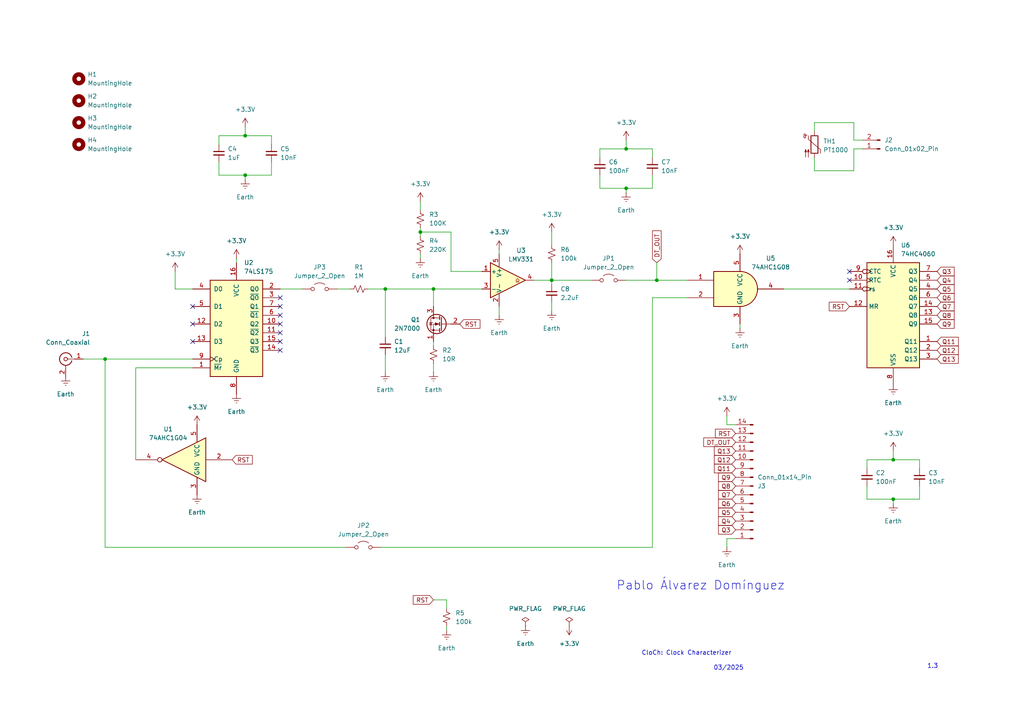
<source format=kicad_sch>
(kicad_sch (version 20231120) (generator "eeschema") (generator_version "8.0")
  (paper "A4")
  (lib_symbols
    (symbol "74xGxx:74AHC1G04"
      (property "Reference" "U" (at -2.54 3.81 0))
      (property "Value" "74AHC1G04" (at 0 -3.81 0))
      (symbol "74AHC1G04_0_1"
        (polyline (pts (xy -7.62 6.35) (xy -7.62 -6.35) (xy 5.08 0) (xy -7.62 6.35)) (stroke (width 0.254)) (fill (type background)))
      )
      (symbol "74AHC1G04_1_1"
        (pin input line (at -15.24 0 0) (length 7.62) (name "~") (number "2"))
        (pin power_in line (at -5.08 -10.16 90) (length 5.08) (name "GND") (number "3"))
        (pin output inverted (at 12.7 0 180) (length 7.62) (name "~") (number "4"))
        (pin power_in line (at -5.08 10.16 270) (length 5.08) (name "VCC") (number "5"))
      )
    )
    (symbol "74xGxx:74AHC1G08"
      (property "Reference" "U" (at -2.54 3.81 0))
      (property "Value" "74AHC1G08" (at 0 -3.81 0))
      (symbol "74AHC1G08_0_1"
        (arc (start 0 -5.08) (mid 5.0579 0) (end 0 5.08) (stroke (width 0.254)) (fill (type background)))
        (polyline (pts (xy 0 -5.08) (xy -7.62 -5.08) (xy -7.62 5.08) (xy 0 5.08)) (stroke (width 0.254)) (fill (type background)))
      )
      (symbol "74AHC1G08_1_1"
        (pin input line (at -15.24 2.54 0) (length 7.62) (name "~") (number "1"))
        (pin input line (at -15.24 -2.54 0) (length 7.62) (name "~") (number "2"))
        (pin power_in line (at 0 -10.16 90) (length 5.08) (name "GND") (number "3"))
        (pin output line (at 12.7 0 180) (length 7.62) (name "~") (number "4"))
        (pin power_in line (at 0 10.16 270) (length 5.08) (name "VCC") (number "5"))
      )
    )
    (symbol "74xx:74LS175" (pin_names (offset 1.016))
      (property "Reference" "U" (at -7.62 13.97 0))
      (property "Value" "74LS175" (at -7.62 -16.51 0))
      (symbol "74LS175_1_0"
        (pin input line (at -12.7 -12.7 0) (length 5.08) (name "~{Mr}") (number "1"))
        (pin output line (at 12.7 0 180) (length 5.08) (name "Q2") (number "10"))
        (pin output line (at 12.7 -2.54 180) (length 5.08) (name "~{Q2}") (number "11"))
        (pin input line (at -12.7 0 0) (length 5.08) (name "D2") (number "12"))
        (pin input line (at -12.7 -5.08 0) (length 5.08) (name "D3") (number "13"))
        (pin output line (at 12.7 -7.62 180) (length 5.08) (name "~{Q3}") (number "14"))
        (pin output line (at 12.7 -5.08 180) (length 5.08) (name "Q3") (number "15"))
        (pin power_in line (at 0 17.78 270) (length 5.08) (name "VCC") (number "16"))
        (pin output line (at 12.7 10.16 180) (length 5.08) (name "Q0") (number "2"))
        (pin output line (at 12.7 7.62 180) (length 5.08) (name "~{Q0}") (number "3"))
        (pin input line (at -12.7 10.16 0) (length 5.08) (name "D0") (number "4"))
        (pin input line (at -12.7 5.08 0) (length 5.08) (name "D1") (number "5"))
        (pin output line (at 12.7 2.54 180) (length 5.08) (name "~{Q1}") (number "6"))
        (pin output line (at 12.7 5.08 180) (length 5.08) (name "Q1") (number "7"))
        (pin power_in line (at 0 -20.32 90) (length 5.08) (name "GND") (number "8"))
        (pin input clock (at -12.7 -10.16 0) (length 5.08) (name "Cp") (number "9"))
      )
      (symbol "74LS175_1_1"
        (rectangle (start -7.62 12.7) (end 7.62 -15.24) (stroke (width 0.254)) (fill (type background)))
      )
    )
    (symbol "Comparator:LMV331" (pin_names (offset 0.127))
      (property "Reference" "U" (at 1.27 5.08 0))
      (property "Value" "LMV331" (at 3.81 -5.08 0))
      (symbol "LMV331_0_1"
        (polyline (pts (xy -5.08 5.08) (xy 5.08 0) (xy -5.08 -5.08) (xy -5.08 5.08)) (stroke (width 0.254)) (fill (type background)))
        (polyline (pts (xy 3.302 -0.508) (xy 2.794 -0.508) (xy 3.302 0) (xy 2.794 0.508) (xy 2.286 0) (xy 2.794 -0.508) (xy 2.286 -0.508)) (stroke (width 0.127)))
      )
      (symbol "LMV331_1_1"
        (pin input line (at -7.62 2.54 0) (length 2.54) (name "+") (number "1"))
        (pin power_in line (at -2.54 -7.62 90) (length 3.81) (name "V-") (number "2"))
        (pin input line (at -7.62 -2.54 0) (length 2.54) (name "-") (number "3"))
        (pin open_collector line (at 7.62 0 180) (length 2.54) (name "~") (number "4"))
        (pin power_in line (at -2.54 7.62 270) (length 3.81) (name "V+") (number "5"))
      )
    )
    (symbol "Connector:Conn_01x02_Pin" (pin_names (offset 1.016) hide)
      (property "Reference" "J" (at 0 2.54 0))
      (property "Value" "Conn_01x02_Pin" (at 0 -5.08 0))
      (symbol "Conn_01x02_Pin_1_1"
        (polyline (pts (xy 1.27 -2.54) (xy 0.8636 -2.54)) (stroke (width 0.1524)))
        (polyline (pts (xy 1.27 0) (xy 0.8636 0)) (stroke (width 0.1524)))
        (rectangle (start 0.8636 -2.413) (end 0 -2.667) (stroke (width 0.1524)) (fill (type outline)))
        (rectangle (start 0.8636 0.127) (end 0 -0.127) (stroke (width 0.1524)) (fill (type outline)))
        (pin passive line (at 5.08 0 180) (length 3.81) (name "Pin_1") (number "1"))
        (pin passive line (at 5.08 -2.54 180) (length 3.81) (name "Pin_2") (number "2"))
      )
    )
    (symbol "Connector:Conn_01x14_Pin" (pin_names (offset 1.016) hide)
      (property "Reference" "J" (at 0 17.78 0))
      (property "Value" "Conn_01x14_Pin" (at 0 -20.32 0))
      (symbol "Conn_01x14_Pin_1_1"
        (polyline (pts (xy 1.27 -17.78) (xy 0.8636 -17.78)) (stroke (width 0.1524)))
        (polyline (pts (xy 1.27 -15.24) (xy 0.8636 -15.24)) (stroke (width 0.1524)))
        (polyline (pts (xy 1.27 -12.7) (xy 0.8636 -12.7)) (stroke (width 0.1524)))
        (polyline (pts (xy 1.27 -10.16) (xy 0.8636 -10.16)) (stroke (width 0.1524)))
        (polyline (pts (xy 1.27 -7.62) (xy 0.8636 -7.62)) (stroke (width 0.1524)))
        (polyline (pts (xy 1.27 -5.08) (xy 0.8636 -5.08)) (stroke (width 0.1524)))
        (polyline (pts (xy 1.27 -2.54) (xy 0.8636 -2.54)) (stroke (width 0.1524)))
        (polyline (pts (xy 1.27 0) (xy 0.8636 0)) (stroke (width 0.1524)))
        (polyline (pts (xy 1.27 2.54) (xy 0.8636 2.54)) (stroke (width 0.1524)))
        (polyline (pts (xy 1.27 5.08) (xy 0.8636 5.08)) (stroke (width 0.1524)))
        (polyline (pts (xy 1.27 7.62) (xy 0.8636 7.62)) (stroke (width 0.1524)))
        (polyline (pts (xy 1.27 10.16) (xy 0.8636 10.16)) (stroke (width 0.1524)))
        (polyline (pts (xy 1.27 12.7) (xy 0.8636 12.7)) (stroke (width 0.1524)))
        (polyline (pts (xy 1.27 15.24) (xy 0.8636 15.24)) (stroke (width 0.1524)))
        (rectangle (start 0.8636 -17.653) (end 0 -17.907) (stroke (width 0.1524)) (fill (type outline)))
        (rectangle (start 0.8636 -15.113) (end 0 -15.367) (stroke (width 0.1524)) (fill (type outline)))
        (rectangle (start 0.8636 -12.573) (end 0 -12.827) (stroke (width 0.1524)) (fill (type outline)))
        (rectangle (start 0.8636 -10.033) (end 0 -10.287) (stroke (width 0.1524)) (fill (type outline)))
        (rectangle (start 0.8636 -7.493) (end 0 -7.747) (stroke (width 0.1524)) (fill (type outline)))
        (rectangle (start 0.8636 -4.953) (end 0 -5.207) (stroke (width 0.1524)) (fill (type outline)))
        (rectangle (start 0.8636 -2.413) (end 0 -2.667) (stroke (width 0.1524)) (fill (type outline)))
        (rectangle (start 0.8636 0.127) (end 0 -0.127) (stroke (width 0.1524)) (fill (type outline)))
        (rectangle (start 0.8636 2.667) (end 0 2.413) (stroke (width 0.1524)) (fill (type outline)))
        (rectangle (start 0.8636 5.207) (end 0 4.953) (stroke (width 0.1524)) (fill (type outline)))
        (rectangle (start 0.8636 7.747) (end 0 7.493) (stroke (width 0.1524)) (fill (type outline)))
        (rectangle (start 0.8636 10.287) (end 0 10.033) (stroke (width 0.1524)) (fill (type outline)))
        (rectangle (start 0.8636 12.827) (end 0 12.573) (stroke (width 0.1524)) (fill (type outline)))
        (rectangle (start 0.8636 15.367) (end 0 15.113) (stroke (width 0.1524)) (fill (type outline)))
        (pin passive line (at 5.08 15.24 180) (length 3.81) (name "Pin_1") (number "1"))
        (pin passive line (at 5.08 -7.62 180) (length 3.81) (name "Pin_10") (number "10"))
        (pin passive line (at 5.08 -10.16 180) (length 3.81) (name "Pin_11") (number "11"))
        (pin passive line (at 5.08 -12.7 180) (length 3.81) (name "Pin_12") (number "12"))
        (pin passive line (at 5.08 -15.24 180) (length 3.81) (name "Pin_13") (number "13"))
        (pin passive line (at 5.08 -17.78 180) (length 3.81) (name "Pin_14") (number "14"))
        (pin passive line (at 5.08 12.7 180) (length 3.81) (name "Pin_2") (number "2"))
        (pin passive line (at 5.08 10.16 180) (length 3.81) (name "Pin_3") (number "3"))
        (pin passive line (at 5.08 7.62 180) (length 3.81) (name "Pin_4") (number "4"))
        (pin passive line (at 5.08 5.08 180) (length 3.81) (name "Pin_5") (number "5"))
        (pin passive line (at 5.08 2.54 180) (length 3.81) (name "Pin_6") (number "6"))
        (pin passive line (at 5.08 0 180) (length 3.81) (name "Pin_7") (number "7"))
        (pin passive line (at 5.08 -2.54 180) (length 3.81) (name "Pin_8") (number "8"))
        (pin passive line (at 5.08 -5.08 180) (length 3.81) (name "Pin_9") (number "9"))
      )
    )
    (symbol "Connector:Conn_Coaxial" (pin_names (offset 1.016) hide)
      (property "Reference" "J" (at 0.254 3.048 0))
      (property "Value" "Conn_Coaxial" (at 2.921 0 90))
      (symbol "Conn_Coaxial_0_1"
        (arc (start -1.778 -0.508) (mid 0.2311 -1.8066) (end 1.778 0) (stroke (width 0.254)))
        (polyline (pts (xy -2.54 0) (xy -0.508 0)))
        (polyline (pts (xy 0 -2.54) (xy 0 -1.778)))
        (circle (center 0 0) (radius 0.508) (stroke (width 0.2032)))
        (arc (start 1.778 0) (mid 0.2099 1.8101) (end -1.778 0.508) (stroke (width 0.254)))
      )
      (symbol "Conn_Coaxial_1_1"
        (pin passive line (at -5.08 0 0) (length 2.54) (name "In") (number "1"))
        (pin passive line (at 0 -5.08 90) (length 2.54) (name "Ext") (number "2"))
      )
    )
    (symbol "Device:C_Small" (pin_numbers hide) (pin_names (offset 0.254) hide)
      (property "Reference" "C" (at 0.254 1.778 0))
      (property "Value" "C_Small" (at 0.254 -2.032 0))
      (symbol "C_Small_0_1"
        (polyline (pts (xy -1.524 -0.508) (xy 1.524 -0.508)) (stroke (width 0.3302)))
        (polyline (pts (xy -1.524 0.508) (xy 1.524 0.508)) (stroke (width 0.3048)))
      )
      (symbol "C_Small_1_1"
        (pin passive line (at 0 2.54 270) (length 2.032) (name "~") (number "1"))
        (pin passive line (at 0 -2.54 90) (length 2.032) (name "~") (number "2"))
      )
    )
    (symbol "Device:R_Small_US" (pin_numbers hide) (pin_names (offset 0.254) hide)
      (property "Reference" "R" (at 0.762 0.508 0))
      (property "Value" "R_Small_US" (at 0.762 -1.016 0))
      (symbol "R_Small_US_1_1"
        (polyline (pts (xy 0 0) (xy 1.016 -0.381) (xy 0 -0.762) (xy -1.016 -1.143) (xy 0 -1.524)))
        (polyline (pts (xy 0 1.524) (xy 1.016 1.143) (xy 0 0.762) (xy -1.016 0.381) (xy 0 0)))
        (pin passive line (at 0 2.54 270) (length 1.016) (name "~") (number "1"))
        (pin passive line (at 0 -2.54 90) (length 1.016) (name "~") (number "2"))
      )
    )
    (symbol "Jumper:Jumper_2_Open" (pin_numbers hide) (pin_names (offset 0) hide) (exclude_from_sim yes)
      (property "Reference" "JP" (at 0 2.794 0))
      (property "Value" "Jumper_2_Open" (at 0 -2.286 0))
      (symbol "Jumper_2_Open_0_0"
        (circle (center -2.032 0) (radius 0.508))
        (circle (center 2.032 0) (radius 0.508))
      )
      (symbol "Jumper_2_Open_0_1"
        (arc (start 1.524 1.27) (mid 0 1.778) (end -1.524 1.27))
      )
      (symbol "Jumper_2_Open_1_1"
        (pin passive line (at -5.08 0 0) (length 2.54) (name "A") (number "1"))
        (pin passive line (at 5.08 0 180) (length 2.54) (name "B") (number "2"))
      )
    )
    (symbol "Mechanical:MountingHole" (pin_names (offset 1.016)) (exclude_from_sim yes) (in_bom no)
      (property "Reference" "H" (at 0 5.08 0))
      (property "Value" "MountingHole" (at 0 3.175 0))
      (symbol "MountingHole_0_1"
        (circle (center 0 0) (radius 1.27) (stroke (width 1.27)))
      )
    )
    (symbol "Sensor_Temperature:PT1000" (pin_numbers hide) (pin_names (offset 0))
      (property "Reference" "TH" (at -4.445 0 90))
      (property "Value" "PT1000" (at 3.175 0 90))
      (symbol "PT1000_0_1"
        (arc (start -3.048 2.159) (mid -3.0495 2.3143) (end -3.175 2.413))
        (arc (start -3.048 2.159) (mid -2.9736 1.9794) (end -2.794 1.905))
        (arc (start -3.048 2.794) (mid -2.9736 2.6144) (end -2.794 2.54))
        (arc (start -2.794 1.905) (mid -2.6144 1.9794) (end -2.54 2.159))
        (arc (start -2.794 2.54) (mid -2.4393 2.5587) (end -2.159 2.794))
        (arc (start -2.794 3.048) (mid -2.9736 2.9736) (end -3.048 2.794))
        (arc (start -2.54 2.794) (mid -2.6144 2.9736) (end -2.794 3.048))
        (rectangle (start -1.016 2.54) (end 1.016 -2.54) (stroke (width 0.254)))
        (polyline (pts (xy -2.54 2.159) (xy -2.54 2.794)))
        (polyline (pts (xy -1.778 2.54) (xy -1.778 1.524) (xy 1.778 -1.524) (xy 1.778 -2.54)))
        (polyline (pts (xy -2.54 -3.683) (xy -2.54 -1.397) (xy -2.794 -2.159) (xy -2.286 -2.159) (xy -2.54 -1.397) (xy -2.54 -1.651)) (fill (type outline)))
        (polyline (pts (xy -1.778 -3.683) (xy -1.778 -1.397) (xy -2.032 -2.159) (xy -1.524 -2.159) (xy -1.778 -1.397) (xy -1.778 -1.651)) (fill (type outline)))
      )
      (symbol "PT1000_1_1"
        (pin passive line (at 0 3.81 270) (length 1.27) (name "~") (number "1"))
        (pin passive line (at 0 -3.81 90) (length 1.27) (name "~") (number "2"))
      )
    )
    (symbol "Transistor_FET:2N7000" (pin_names hide)
      (property "Reference" "Q" (at 5.08 1.905 0))
      (property "Value" "2N7000" (at 5.08 0 0))
      (symbol "2N7000_0_1"
        (polyline (pts (xy 0.254 0) (xy -2.54 0)))
        (polyline (pts (xy 0.254 1.905) (xy 0.254 -1.905)) (stroke (width 0.254)))
        (polyline (pts (xy 0.762 -1.27) (xy 0.762 -2.286)) (stroke (width 0.254)))
        (polyline (pts (xy 0.762 0.508) (xy 0.762 -0.508)) (stroke (width 0.254)))
        (polyline (pts (xy 0.762 2.286) (xy 0.762 1.27)) (stroke (width 0.254)))
        (polyline (pts (xy 2.54 2.54) (xy 2.54 1.778)))
        (polyline (pts (xy 2.54 -2.54) (xy 2.54 0) (xy 0.762 0)))
        (polyline (pts (xy 0.762 -1.778) (xy 3.302 -1.778) (xy 3.302 1.778) (xy 0.762 1.778)))
        (polyline (pts (xy 1.016 0) (xy 2.032 0.381) (xy 2.032 -0.381) (xy 1.016 0)) (fill (type outline)))
        (polyline (pts (xy 2.794 0.508) (xy 2.921 0.381) (xy 3.683 0.381) (xy 3.81 0.254)))
        (polyline (pts (xy 3.302 0.381) (xy 2.921 -0.254) (xy 3.683 -0.254) (xy 3.302 0.381)))
        (circle (center 1.651 0) (radius 2.794) (stroke (width 0.254)))
        (circle (center 2.54 -1.778) (radius 0.254) (fill (type outline)))
        (circle (center 2.54 1.778) (radius 0.254) (fill (type outline)))
      )
      (symbol "2N7000_1_1"
        (pin passive line (at 2.54 -5.08 90) (length 2.54) (name "S") (number "1"))
        (pin input line (at -5.08 0 0) (length 2.54) (name "G") (number "2"))
        (pin passive line (at 2.54 5.08 270) (length 2.54) (name "D") (number "3"))
      )
    )
    (symbol "contador:74HC4060"
      (property "Reference" "U" (at 5.08 16.51 0))
      (property "Value" "74HC4060" (at 7.62 -16.51 0))
      (symbol "74HC4060_1_0"
        (pin output line (at 12.7 -7.62 180) (length 5.08) (name "Q11") (number "1"))
        (pin input clock (at -12.7 10.16 0) (length 5.08) (name "RTC") (number "10"))
        (pin input inverted_clock (at -12.7 7.62 0) (length 5.08) (name "rs") (number "11"))
        (pin input line (at -12.7 2.54 0) (length 5.08) (name "MR") (number "12"))
        (pin output line (at 12.7 0 180) (length 5.08) (name "Q8") (number "13"))
        (pin output line (at 12.7 2.54 180) (length 5.08) (name "Q7") (number "14"))
        (pin output line (at 12.7 -2.54 180) (length 5.08) (name "Q9") (number "15"))
        (pin power_in line (at 0 20.32 270) (length 5.08) (name "VCC") (number "16"))
        (pin output line (at 12.7 -10.16 180) (length 5.08) (name "Q12") (number "2"))
        (pin output line (at 12.7 -12.7 180) (length 5.08) (name "Q13") (number "3"))
        (pin output line (at 12.7 7.62 180) (length 5.08) (name "Q5") (number "4"))
        (pin output line (at 12.7 10.16 180) (length 5.08) (name "Q4") (number "5"))
        (pin output line (at 12.7 5.08 180) (length 5.08) (name "Q6") (number "6"))
        (pin output line (at 12.7 12.7 180) (length 5.08) (name "Q3") (number "7"))
        (pin power_in line (at 0 -20.32 90) (length 5.08) (name "VSS") (number "8"))
        (pin input inverted_clock (at -12.7 12.7 0) (length 5.08) (name "CTC") (number "9"))
      )
      (symbol "74HC4060_1_1"
        (rectangle (start -7.62 15.24) (end 7.62 -15.24) (stroke (width 0.254)) (fill (type background)))
      )
    )
    (symbol "power:+3.3V" (power) (pin_numbers hide) (pin_names (offset 0) hide)
      (property "Value" "+3.3V" (at 0 3.556 0))
      (symbol "+3.3V_0_1"
        (polyline (pts (xy -0.762 1.27) (xy 0 2.54)))
        (polyline (pts (xy 0 0) (xy 0 2.54)))
        (polyline (pts (xy 0 2.54) (xy 0.762 1.27)))
      )
      (symbol "+3.3V_1_1"
        (pin power_in line (at 0 0 90) (length 0) (name "~") (number "1"))
      )
    )
    (symbol "power:Earth" (power) (pin_numbers hide) (pin_names (offset 0) hide)
      (property "Value" "Earth" (at 0 -3.81 0))
      (symbol "Earth_0_1"
        (polyline (pts (xy -0.635 -1.905) (xy 0.635 -1.905)))
        (polyline (pts (xy -0.127 -2.54) (xy 0.127 -2.54)))
        (polyline (pts (xy 0 -1.27) (xy 0 0)))
        (polyline (pts (xy 1.27 -1.27) (xy -1.27 -1.27)))
      )
      (symbol "Earth_1_1"
        (pin power_in line (at 0 0 270) (length 0) (name "~") (number "1"))
      )
    )
    (symbol "power:PWR_FLAG" (power) (pin_numbers hide) (pin_names (offset 0) hide)
      (property "Value" "PWR_FLAG" (at 0 3.81 0))
      (symbol "PWR_FLAG_0_0"
        (pin power_out line (at 0 0 90) (length 0) (name "~") (number "1"))
      )
      (symbol "PWR_FLAG_0_1"
        (polyline (pts (xy 0 0) (xy 0 1.27) (xy -1.016 1.905) (xy 0 2.54) (xy 1.016 1.905) (xy 0 1.27)))
      )
    )
  )
  (junction (at 181.61 54.61))
  (junction (at 111.76 83.82))
  (junction (at 71.12 39.37))
  (junction (at 259.08 144.78))
  (junction (at 125.73 83.82))
  (junction (at 121.92 67.31))
  (junction (at 160.02 81.28))
  (junction (at 259.08 133.35))
  (junction (at 71.12 50.8))
  (junction (at 30.48 104.14))
  (junction (at 181.61 43.18))
  (junction (at 190.5 81.28))
  (no_connect (at 55.88 88.9))
  (no_connect (at 55.88 99.06))
  (no_connect (at 246.38 81.28))
  (no_connect (at 81.28 93.98))
  (no_connect (at 246.38 78.74))
  (no_connect (at 81.28 99.06))
  (no_connect (at 55.88 93.98))
  (no_connect (at 81.28 91.44))
  (no_connect (at 81.28 88.9))
  (no_connect (at 81.28 86.36))
  (no_connect (at 81.28 96.52))
  (no_connect (at 81.28 101.6))
  (wire (pts (xy 81.28 83.82) (xy 87.63 83.82)))
  (wire (pts (xy 236.22 45.72) (xy 236.22 49.53)))
  (wire (pts (xy 100.33 158.75) (xy 30.48 158.75)))
  (wire (pts (xy 259.08 130.81) (xy 259.08 133.35)))
  (wire (pts (xy 30.48 158.75) (xy 30.48 104.14)))
  (wire (pts (xy 251.46 144.78) (xy 259.08 144.78)))
  (wire (pts (xy 121.92 66.04) (xy 121.92 67.31)))
  (wire (pts (xy 160.02 82.55) (xy 160.02 81.28)))
  (wire (pts (xy 189.23 54.61) (xy 189.23 50.8)))
  (wire (pts (xy 125.73 99.06) (xy 125.73 100.33)))
  (wire (pts (xy 250.19 40.64) (xy 247.65 40.64)))
  (wire (pts (xy 78.74 39.37) (xy 71.12 39.37)))
  (wire (pts (xy 139.7 78.74) (xy 130.81 78.74)))
  (wire (pts (xy 210.82 120.65) (xy 210.82 123.19)))
  (wire (pts (xy 71.12 39.37) (xy 63.5 39.37)))
  (wire (pts (xy 125.73 83.82) (xy 139.7 83.82)))
  (wire (pts (xy 97.79 83.82) (xy 101.6 83.82)))
  (wire (pts (xy 63.5 39.37) (xy 63.5 41.91)))
  (wire (pts (xy 39.37 106.68) (xy 39.37 133.35)))
  (wire (pts (xy 130.81 78.74) (xy 130.81 67.31)))
  (wire (pts (xy 189.23 158.75) (xy 110.49 158.75)))
  (wire (pts (xy 181.61 55.88) (xy 181.61 54.61)))
  (wire (pts (xy 121.92 67.31) (xy 121.92 68.58)))
  (wire (pts (xy 189.23 86.36) (xy 189.23 158.75)))
  (wire (pts (xy 129.54 181.61) (xy 129.54 182.88)))
  (wire (pts (xy 71.12 52.07) (xy 71.12 50.8)))
  (wire (pts (xy 247.65 49.53) (xy 247.65 43.18)))
  (wire (pts (xy 160.02 67.31) (xy 160.02 71.12)))
  (wire (pts (xy 251.46 140.97) (xy 251.46 144.78)))
  (wire (pts (xy 189.23 43.18) (xy 181.61 43.18)))
  (wire (pts (xy 55.88 83.82) (xy 50.8 83.82)))
  (wire (pts (xy 251.46 133.35) (xy 251.46 135.89)))
  (wire (pts (xy 236.22 49.53) (xy 247.65 49.53)))
  (wire (pts (xy 160.02 76.2) (xy 160.02 81.28)))
  (wire (pts (xy 144.78 88.9) (xy 144.78 91.44)))
  (wire (pts (xy 121.92 60.96) (xy 121.92 58.42)))
  (wire (pts (xy 24.13 104.14) (xy 30.48 104.14)))
  (wire (pts (xy 181.61 43.18) (xy 173.99 43.18)))
  (wire (pts (xy 247.65 35.56) (xy 236.22 35.56)))
  (wire (pts (xy 125.73 105.41) (xy 125.73 107.95)))
  (wire (pts (xy 125.73 173.99) (xy 129.54 173.99)))
  (wire (pts (xy 259.08 133.35) (xy 251.46 133.35)))
  (wire (pts (xy 259.08 146.05) (xy 259.08 144.78)))
  (wire (pts (xy 190.5 76.2) (xy 190.5 81.28)))
  (wire (pts (xy 266.7 133.35) (xy 259.08 133.35)))
  (wire (pts (xy 247.65 40.64) (xy 247.65 35.56)))
  (wire (pts (xy 210.82 123.19) (xy 213.36 123.19)))
  (wire (pts (xy 190.5 81.28) (xy 199.39 81.28)))
  (wire (pts (xy 121.92 73.66) (xy 121.92 74.93)))
  (wire (pts (xy 214.63 93.98) (xy 214.63 95.25)))
  (wire (pts (xy 173.99 50.8) (xy 173.99 54.61)))
  (wire (pts (xy 71.12 50.8) (xy 78.74 50.8)))
  (wire (pts (xy 160.02 90.17) (xy 160.02 87.63)))
  (wire (pts (xy 63.5 46.99) (xy 63.5 50.8)))
  (wire (pts (xy 130.81 67.31) (xy 121.92 67.31)))
  (wire (pts (xy 266.7 144.78) (xy 266.7 140.97)))
  (wire (pts (xy 125.73 83.82) (xy 125.73 88.9)))
  (wire (pts (xy 39.37 106.68) (xy 55.88 106.68)))
  (wire (pts (xy 111.76 83.82) (xy 106.68 83.82)))
  (wire (pts (xy 266.7 135.89) (xy 266.7 133.35)))
  (wire (pts (xy 181.61 40.64) (xy 181.61 43.18)))
  (wire (pts (xy 210.82 156.21) (xy 213.36 156.21)))
  (wire (pts (xy 111.76 102.87) (xy 111.76 107.95)))
  (wire (pts (xy 173.99 54.61) (xy 181.61 54.61)))
  (wire (pts (xy 78.74 41.91) (xy 78.74 39.37)))
  (wire (pts (xy 173.99 43.18) (xy 173.99 45.72)))
  (wire (pts (xy 78.74 50.8) (xy 78.74 46.99)))
  (wire (pts (xy 144.78 73.66) (xy 144.78 72.39)))
  (wire (pts (xy 210.82 156.21) (xy 210.82 158.75)))
  (wire (pts (xy 71.12 36.83) (xy 71.12 39.37)))
  (wire (pts (xy 111.76 97.79) (xy 111.76 83.82)))
  (wire (pts (xy 30.48 104.14) (xy 55.88 104.14)))
  (wire (pts (xy 247.65 43.18) (xy 250.19 43.18)))
  (wire (pts (xy 160.02 81.28) (xy 171.45 81.28)))
  (wire (pts (xy 129.54 173.99) (xy 129.54 176.53)))
  (wire (pts (xy 154.94 81.28) (xy 160.02 81.28)))
  (wire (pts (xy 68.58 76.2) (xy 68.58 74.93)))
  (wire (pts (xy 50.8 83.82) (xy 50.8 78.74)))
  (wire (pts (xy 111.76 83.82) (xy 125.73 83.82)))
  (wire (pts (xy 189.23 45.72) (xy 189.23 43.18)))
  (wire (pts (xy 181.61 54.61) (xy 189.23 54.61)))
  (wire (pts (xy 181.61 81.28) (xy 190.5 81.28)))
  (wire (pts (xy 227.33 83.82) (xy 246.38 83.82)))
  (wire (pts (xy 236.22 35.56) (xy 236.22 38.1)))
  (wire (pts (xy 259.08 144.78) (xy 266.7 144.78)))
  (wire (pts (xy 199.39 86.36) (xy 189.23 86.36)))
  (wire (pts (xy 63.5 50.8) (xy 71.12 50.8)))
  (text "03/2025" (at 211.328 193.802 0) (effects (font (size 1.27 1.27))))
  (text "CloCh: Clock Characterizer" (at 199.136 189.484 0) (effects (font (size 1.27 1.27))))
  (text "1.3" (at 270.51 193.294 0) (effects (font (size 1.27 1.27))))
  (text "Pablo Álvarez Domínguez" (at 203.2 169.926 0) (effects (font (size 2.54 2.54))))
  (global_label "Q9" (shape input) (at 271.78 93.98 0) (property "Intersheetrefs" "${INTERSHEET_REFS}" (effects (hide yes))))
  (global_label "Q6" (shape input) (at 213.36 146.05 180) (property "Intersheetrefs" "${INTERSHEET_REFS}" (effects (hide yes))))
  (global_label "Q12" (shape input) (at 271.78 101.6 0) (property "Intersheetrefs" "${INTERSHEET_REFS}" (effects (hide yes))))
  (global_label "Q4" (shape input) (at 271.78 81.28 0) (property "Intersheetrefs" "${INTERSHEET_REFS}" (effects (hide yes))))
  (global_label "Q8" (shape input) (at 271.78 91.44 0) (property "Intersheetrefs" "${INTERSHEET_REFS}" (effects (hide yes))))
  (global_label "Q5" (shape input) (at 213.36 148.59 180) (property "Intersheetrefs" "${INTERSHEET_REFS}" (effects (hide yes))))
  (global_label "Q7" (shape input) (at 213.36 143.51 180) (property "Intersheetrefs" "${INTERSHEET_REFS}" (effects (hide yes))))
  (global_label "RST" (shape input) (at 246.38 88.9 180) (property "Intersheetrefs" "${INTERSHEET_REFS}" (effects (hide yes))))
  (global_label "Q13" (shape input) (at 271.78 104.14 0) (property "Intersheetrefs" "${INTERSHEET_REFS}" (effects (hide yes))))
  (global_label "Q9" (shape input) (at 213.36 138.43 180) (property "Intersheetrefs" "${INTERSHEET_REFS}" (effects (hide yes))))
  (global_label "RST" (shape input) (at 213.36 125.73 180) (property "Intersheetrefs" "${INTERSHEET_REFS}" (effects (hide yes))))
  (global_label "Q12" (shape input) (at 213.36 133.35 180) (property "Intersheetrefs" "${INTERSHEET_REFS}" (effects (hide yes))))
  (global_label "Q3" (shape input) (at 213.36 153.67 180) (property "Intersheetrefs" "${INTERSHEET_REFS}" (effects (hide yes))))
  (global_label "Q6" (shape input) (at 271.78 86.36 0) (property "Intersheetrefs" "${INTERSHEET_REFS}" (effects (hide yes))))
  (global_label "Q4" (shape input) (at 213.36 151.13 180) (property "Intersheetrefs" "${INTERSHEET_REFS}" (effects (hide yes))))
  (global_label "RST" (shape input) (at 125.73 173.99 180) (property "Intersheetrefs" "${INTERSHEET_REFS}" (effects (hide yes))))
  (global_label "Q11" (shape input) (at 213.36 135.89 180) (property "Intersheetrefs" "${INTERSHEET_REFS}" (effects (hide yes))))
  (global_label "RST" (shape input) (at 67.31 133.35 0) (property "Intersheetrefs" "${INTERSHEET_REFS}" (effects (hide yes))))
  (global_label "Q8" (shape input) (at 213.36 140.97 180) (property "Intersheetrefs" "${INTERSHEET_REFS}" (effects (hide yes))))
  (global_label "RST" (shape input) (at 133.35 93.98 0) (property "Intersheetrefs" "${INTERSHEET_REFS}" (effects (hide yes))))
  (global_label "Q11" (shape input) (at 271.78 99.06 0) (property "Intersheetrefs" "${INTERSHEET_REFS}" (effects (hide yes))))
  (global_label "Q13" (shape input) (at 213.36 130.81 180) (property "Intersheetrefs" "${INTERSHEET_REFS}" (effects (hide yes))))
  (global_label "Q7" (shape input) (at 271.78 88.9 0) (property "Intersheetrefs" "${INTERSHEET_REFS}" (effects (hide yes))))
  (global_label "DT_OUT" (shape input) (at 190.5 76.2 90) (property "Intersheetrefs" "${INTERSHEET_REFS}" (effects (hide yes))))
  (global_label "Q5" (shape input) (at 271.78 83.82 0) (property "Intersheetrefs" "${INTERSHEET_REFS}" (effects (hide yes))))
  (global_label "Q3" (shape input) (at 271.78 78.74 0) (property "Intersheetrefs" "${INTERSHEET_REFS}" (effects (hide yes))))
  (global_label "DT_OUT" (shape input) (at 213.36 128.27 180) (property "Intersheetrefs" "${INTERSHEET_REFS}" (effects (hide yes))))
  (symbol (lib_id "power:+3.3V") (at 121.92 58.42 0) (unit 1)
    (property "Reference" "#PWR08" (effects (hide yes)))
    (property "Value" "+3.3V" (at 121.92 53.34 0))
    (property "Description" "Power symbol creates a global label with name \"+3.3V\"" (effects (hide yes)))
  )
  (symbol (lib_id "power:Earth") (at 129.54 182.88 0) (unit 1)
    (property "Reference" "#PWR028" (effects (hide yes)))
    (property "Value" "Earth" (at 129.54 187.96 0))
    (property "Description" "Power symbol creates a global label with name \"Earth\"" (effects (hide yes)))
  )
  (symbol (lib_id "Connector:Conn_01x14_Pin") (at 218.44 140.97 180) (unit 1)
    (property "Reference" "J3" (at 219.71 140.9701 0) (effects (justify right)))
    (property "Value" "Conn_01x14_Pin" (at 219.71 138.4301 0) (effects (justify right)))
    (property "Footprint" "Connector_PinHeader_2.54mm:PinHeader_1x14_P2.54mm_Vertical" (effects (hide yes)))
    (property "Description" "GND||Q3-Q13||DT_OUT||RST||+5V" (effects (hide yes)))
  )
  (symbol (lib_id "power:+3.3V") (at 71.12 36.83 0) (unit 1)
    (property "Reference" "#PWR022" (effects (hide yes)))
    (property "Value" "+3.3V" (at 71.12 31.75 0))
    (property "Description" "Power symbol creates a global label with name \"+3.3V\"" (effects (hide yes)))
  )
  (symbol (lib_id "power:+3.3V") (at 214.63 73.66 0) (unit 1)
    (property "Reference" "#PWR014" (effects (hide yes)))
    (property "Value" "+3.3V" (at 214.63 68.58 0))
    (property "Description" "Power symbol creates a global label with name \"+3.3V\"" (effects (hide yes)))
  )
  (symbol (lib_id "Device:R_Small_US") (at 160.02 73.66 0) (unit 1)
    (property "Reference" "R6" (at 162.56 72.3899 0) (effects (justify left)))
    (property "Value" "100k" (at 162.56 74.9299 0) (effects (justify left)))
    (property "Footprint" "Resistor_SMD:R_0805_2012Metric" (effects (hide yes)))
    (property "Description" "Resistor, small US symbol" (effects (hide yes)))
  )
  (symbol (lib_id "Device:C_Small") (at 63.5 44.45 0) (unit 1)
    (property "Reference" "C4" (at 66.04 43.1862 0) (effects (justify left)))
    (property "Value" "1uF" (at 66.04 45.7262 0) (effects (justify left)))
    (property "Footprint" "Capacitor_SMD:C_0805_2012Metric" (effects (hide yes)))
    (property "Description" "Unpolarized capacitor, small symbol" (effects (hide yes)))
  )
  (symbol (lib_id "Mechanical:MountingHole") (at 22.86 41.91 0) (unit 1) (exclude_from_sim yes) (in_bom no)
    (property "Reference" "H4" (at 25.4 40.6399 0) (effects (justify left)))
    (property "Value" "MountingHole" (at 25.4 43.1799 0) (effects (justify left)))
    (property "Footprint" "MountingHole:MountingHole_4.3mm_M4_ISO7380" (effects (hide yes)))
    (property "Description" "Mounting Hole without connection" (effects (hide yes)))
  )
  (symbol (lib_id "Mechanical:MountingHole") (at 22.86 35.56 0) (unit 1) (exclude_from_sim yes) (in_bom no)
    (property "Reference" "H3" (at 25.4 34.2899 0) (effects (justify left)))
    (property "Value" "MountingHole" (at 25.4 36.8299 0) (effects (justify left)))
    (property "Footprint" "MountingHole:MountingHole_4.3mm_M4_ISO7380" (effects (hide yes)))
    (property "Description" "Mounting Hole without connection" (effects (hide yes)))
  )
  (symbol (lib_id "Device:R_Small_US") (at 121.92 71.12 180) (unit 1)
    (property "Reference" "R4" (at 124.46 69.8499 0) (effects (justify right)))
    (property "Value" "220K" (at 124.46 72.3899 0) (effects (justify right)))
    (property "Footprint" "Resistor_SMD:R_0805_2012Metric" (effects (hide yes)))
    (property "Description" "Resistor, small US symbol" (effects (hide yes)))
  )
  (symbol (lib_id "Device:C_Small") (at 78.74 44.45 0) (unit 1)
    (property "Reference" "C5" (at 81.28 43.1862 0) (effects (justify left)))
    (property "Value" "10nF" (at 81.28 45.7262 0) (effects (justify left)))
    (property "Footprint" "Capacitor_SMD:C_0805_2012Metric" (effects (hide yes)))
    (property "Description" "Unpolarized capacitor, small symbol" (effects (hide yes)))
  )
  (symbol (lib_id "power:+3.3V") (at 50.8 78.74 0) (unit 1)
    (property "Reference" "#PWR03" (effects (hide yes)))
    (property "Value" "+3.3V" (at 50.8 73.66 0))
    (property "Description" "Power symbol creates a global label with name \"+3.3V\"" (effects (hide yes)))
  )
  (symbol (lib_id "power:Earth") (at 259.08 146.05 0) (unit 1)
    (property "Reference" "#PWR021" (effects (hide yes)))
    (property "Value" "Earth" (at 259.08 151.13 0))
    (property "Description" "Power symbol creates a global label with name \"Earth\"" (effects (hide yes)))
  )
  (symbol (lib_id "Connector:Conn_01x02_Pin") (at 255.27 43.18 180) (unit 1)
    (property "Reference" "J2" (at 256.54 40.6399 0) (effects (justify right)))
    (property "Value" "Conn_01x02_Pin" (at 256.54 43.1799 0) (effects (justify right)))
    (property "Footprint" "Connector_PinHeader_2.54mm:PinHeader_1x02_P2.54mm_Vertical" (effects (hide yes)))
    (property "Description" "Generic connector, single row, 01x02, script generated" (effects (hide yes)))
  )
  (symbol (lib_id "power:+3.3V") (at 181.61 40.64 0) (unit 1)
    (property "Reference" "#PWR024" (effects (hide yes)))
    (property "Value" "+3.3V" (at 181.61 35.56 0))
    (property "Description" "Power symbol creates a global label with name \"+3.3V\"" (effects (hide yes)))
  )
  (symbol (lib_id "Transistor_FET:2N7000") (at 128.27 93.98 0) (mirror y) (unit 1)
    (property "Reference" "Q1" (at 121.92 92.7099 0) (effects (justify left)))
    (property "Value" "2N7000" (at 121.92 95.2499 0) (effects (justify left)))
    (property "Footprint" "Package_TO_SOT_THT:TO-92_Inline" (effects (hide yes)))
    (property "Datasheet" "https://www.vishay.com/docs/70226/70226.pdf" (effects (hide yes)))
    (property "Description" "0.2A Id, 200V Vds, N-Channel MOSFET, 2.6V Logic Level, TO-92" (effects (hide yes)))
  )
  (symbol (lib_id "power:Earth") (at 152.4 181.61 0) (unit 1)
    (property "Reference" "#PWR026" (effects (hide yes)))
    (property "Value" "Earth" (at 152.4 186.69 0))
    (property "Description" "Power symbol creates a global label with name \"Earth\"" (effects (hide yes)))
  )
  (symbol (lib_id "Device:R_Small_US") (at 104.14 83.82 90) (unit 1)
    (property "Reference" "R1" (at 104.14 77.47 90))
    (property "Value" "1M" (at 104.14 80.01 90))
    (property "Footprint" "Resistor_THT:R_Axial_DIN0411_L9.9mm_D3.6mm_P12.70mm_Horizontal" (effects (hide yes)))
    (property "Description" "Resistor, small US symbol" (effects (hide yes)))
  )
  (symbol (lib_id "Device:C_Small") (at 189.23 48.26 0) (unit 1)
    (property "Reference" "C7" (at 191.77 46.9962 0) (effects (justify left)))
    (property "Value" "10nF" (at 191.77 49.5362 0) (effects (justify left)))
    (property "Footprint" "Capacitor_SMD:C_0805_2012Metric" (effects (hide yes)))
    (property "Description" "Unpolarized capacitor, small symbol" (effects (hide yes)))
  )
  (symbol (lib_id "power:+3.3V") (at 210.82 120.65 0) (unit 1)
    (property "Reference" "#PWR019" (effects (hide yes)))
    (property "Value" "+3.3V" (at 210.82 115.57 0))
    (property "Description" "Power symbol creates a global label with name \"+3.3V\"" (effects (hide yes)))
  )
  (symbol (lib_id "power:Earth") (at 121.92 74.93 0) (unit 1)
    (property "Reference" "#PWR09" (effects (hide yes)))
    (property "Value" "Earth" (at 121.92 80.01 0))
    (property "Description" "Power symbol creates a global label with name \"Earth\"" (effects (hide yes)))
  )
  (symbol (lib_id "power:PWR_FLAG") (at 165.1 181.61 0) (unit 1)
    (property "Reference" "#FLG02" (effects (hide yes)))
    (property "Value" "PWR_FLAG" (at 165.1 176.53 0))
    (property "Description" "Special symbol for telling ERC where power comes from" (effects (hide yes)))
  )
  (symbol (lib_id "power:+3.3V") (at 68.58 74.93 0) (unit 1)
    (property "Reference" "#PWR04" (effects (hide yes)))
    (property "Value" "+3.3V" (at 68.58 69.85 0))
    (property "Description" "Power symbol creates a global label with name \"+3.3V\"" (effects (hide yes)))
  )
  (symbol (lib_id "power:Earth") (at 181.61 55.88 0) (unit 1)
    (property "Reference" "#PWR025" (effects (hide yes)))
    (property "Value" "Earth" (at 181.61 60.96 0))
    (property "Description" "Power symbol creates a global label with name \"Earth\"" (effects (hide yes)))
  )
  (symbol (lib_id "Device:C_Small") (at 111.76 100.33 0) (unit 1)
    (property "Reference" "C1" (at 114.3 99.0662 0) (effects (justify left)))
    (property "Value" "12uF" (at 114.3 101.6062 0) (effects (justify left)))
    (property "Footprint" "Capacitor_THT:C_Rect_L28.0mm_W8.0mm_P22.50mm_MKS4" (effects (hide yes)))
    (property "Description" "Unpolarized capacitor, small symbol" (effects (hide yes)))
  )
  (symbol (lib_id "Device:C_Small") (at 173.99 48.26 0) (unit 1)
    (property "Reference" "C6" (at 176.53 46.9962 0) (effects (justify left)))
    (property "Value" "100nF" (at 176.53 49.5362 0) (effects (justify left)))
    (property "Footprint" "Capacitor_SMD:C_0805_2012Metric" (effects (hide yes)))
    (property "Description" "Unpolarized capacitor, small symbol" (effects (hide yes)))
  )
  (symbol (lib_id "power:PWR_FLAG") (at 152.4 181.61 0) (unit 1)
    (property "Reference" "#FLG01" (effects (hide yes)))
    (property "Value" "PWR_FLAG" (at 152.4 176.53 0))
    (property "Description" "Special symbol for telling ERC where power comes from" (effects (hide yes)))
  )
  (symbol (lib_id "Mechanical:MountingHole") (at 22.86 22.86 0) (unit 1) (exclude_from_sim yes) (in_bom no)
    (property "Reference" "H1" (at 25.4 21.5899 0) (effects (justify left)))
    (property "Value" "MountingHole" (at 25.4 24.1299 0) (effects (justify left)))
    (property "Footprint" "MountingHole:MountingHole_4.3mm_M4_ISO7380" (effects (hide yes)))
    (property "Description" "Mounting Hole without connection" (effects (hide yes)))
  )
  (symbol (lib_id "power:+3.3V") (at 160.02 67.31 0) (unit 1)
    (property "Reference" "#PWR017" (effects (hide yes)))
    (property "Value" "+3.3V" (at 160.02 62.23 0))
    (property "Description" "Power symbol creates a global label with name \"+3.3V\"" (effects (hide yes)))
  )
  (symbol (lib_id "power:Earth") (at 57.15 143.51 0) (mirror y) (unit 1)
    (property "Reference" "#PWR011" (effects (hide yes)))
    (property "Value" "Earth" (at 57.15 148.59 0))
    (property "Description" "Power symbol creates a global label with name \"Earth\"" (effects (hide yes)))
  )
  (symbol (lib_id "power:Earth") (at 19.05 109.22 0) (unit 1)
    (property "Reference" "#PWR02" (effects (hide yes)))
    (property "Value" "Earth" (at 19.05 114.3 0))
    (property "Description" "Power symbol creates a global label with name \"Earth\"" (effects (hide yes)))
  )
  (symbol (lib_id "74xx:74LS175") (at 68.58 93.98 0) (unit 1)
    (property "Reference" "U2" (at 70.7741 76.2 0) (effects (justify left)))
    (property "Value" "74LS175" (at 70.7741 78.74 0) (effects (justify left)))
    (property "Footprint" "cosas:SOIC127P600X175-16N" (effects (hide yes)))
    (property "Datasheet" "http://www.ti.com/lit/gpn/sn74LS175" (effects (hide yes)))
    (property "Description" "4-bit D Flip-Flop, reset" (effects (hide yes)))
  )
  (symbol (lib_id "power:Earth") (at 210.82 158.75 0) (unit 1)
    (property "Reference" "#PWR018" (effects (hide yes)))
    (property "Value" "Earth" (at 210.82 163.83 0))
    (property "Description" "Power symbol creates a global label with name \"Earth\"" (effects (hide yes)))
  )
  (symbol (lib_id "Connector:Conn_Coaxial") (at 19.05 104.14 0) (mirror y) (unit 1)
    (property "Reference" "J1" (at 26.162 96.774 0) (effects (justify left)))
    (property "Value" "Conn_Coaxial" (at 26.162 99.314 0) (effects (justify left)))
    (property "Footprint" "Connector_Coaxial:SMA_Amphenol_132289_EdgeMount" (effects (hide yes)))
    (property "Description" "coaxial connector (BNC, SMA, SMB, SMC, Cinch/RCA, LEMO, ...)" (effects (hide yes)))
  )
  (symbol (lib_id "power:+3.3V") (at 259.08 130.81 0) (unit 1)
    (property "Reference" "#PWR020" (effects (hide yes)))
    (property "Value" "+3.3V" (at 259.08 125.73 0))
    (property "Description" "Power symbol creates a global label with name \"+3.3V\"" (effects (hide yes)))
  )
  (symbol (lib_id "power:Earth") (at 214.63 95.25 0) (unit 1)
    (property "Reference" "#PWR013" (effects (hide yes)))
    (property "Value" "Earth" (at 214.63 100.33 0))
    (property "Description" "Power symbol creates a global label with name \"Earth\"" (effects (hide yes)))
  )
  (symbol (lib_id "power:Earth") (at 71.12 52.07 0) (unit 1)
    (property "Reference" "#PWR023" (effects (hide yes)))
    (property "Value" "Earth" (at 71.12 57.15 0))
    (property "Description" "Power symbol creates a global label with name \"Earth\"" (effects (hide yes)))
  )
  (symbol (lib_id "Device:R_Small_US") (at 125.73 102.87 180) (unit 1)
    (property "Reference" "R2" (at 128.27 101.5999 0) (effects (justify right)))
    (property "Value" "10R" (at 128.27 104.1399 0) (effects (justify right)))
    (property "Footprint" "Resistor_SMD:R_0805_2012Metric" (effects (hide yes)))
    (property "Description" "Resistor, small US symbol" (effects (hide yes)))
  )
  (symbol (lib_id "power:Earth") (at 259.08 111.76 0) (unit 1)
    (property "Reference" "#PWR016" (effects (hide yes)))
    (property "Value" "Earth" (at 259.08 116.84 0))
    (property "Description" "Power symbol creates a global label with name \"Earth\"" (effects (hide yes)))
  )
  (symbol (lib_id "74xGxx:74AHC1G04") (at 52.07 133.35 0) (mirror y) (unit 1)
    (property "Reference" "U1" (at 48.768 124.46 0))
    (property "Value" "74AHC1G04" (at 48.768 127 0))
    (property "Footprint" "Package_TO_SOT_SMD:SOT-353_SC-70-5" (effects (hide yes)))
    (property "Datasheet" "http://www.ti.com/lit/sg/scyt129e/scyt129e.pdf" (effects (hide yes)))
    (property "Description" "Single NOT Gate, Low-Voltage CMOS" (effects (hide yes)))
  )
  (symbol (lib_id "power:Earth") (at 144.78 91.44 0) (unit 1)
    (property "Reference" "#PWR07" (effects (hide yes)))
    (property "Value" "Earth" (at 144.78 96.52 0))
    (property "Description" "Power symbol creates a global label with name \"Earth\"" (effects (hide yes)))
  )
  (symbol (lib_id "74xGxx:74AHC1G08") (at 214.63 83.82 0) (unit 1)
    (property "Reference" "U5" (at 223.52 74.93 0))
    (property "Value" "74AHC1G08" (at 223.52 77.47 0))
    (property "Footprint" "Package_TO_SOT_SMD:SC-74A-5_1.55x2.9mm_P0.95mm" (effects (hide yes)))
    (property "Datasheet" "http://www.ti.com/lit/sg/scyt129e/scyt129e.pdf" (effects (hide yes)))
    (property "Description" "Single AND Gate, Low-Voltage CMOS" (effects (hide yes)))
  )
  (symbol (lib_id "Device:C_Small") (at 160.02 85.09 0) (unit 1)
    (property "Reference" "C8" (at 162.56 83.8262 0) (effects (justify left)))
    (property "Value" "2.2uF" (at 162.56 86.3662 0) (effects (justify left)))
    (property "Footprint" "Capacitor_SMD:C_0805_2012Metric" (effects (hide yes)))
    (property "Description" "Unpolarized capacitor, small symbol" (effects (hide yes)))
  )
  (symbol (lib_id "contador:74HC4060") (at 259.08 91.44 0) (unit 1)
    (property "Reference" "U6" (at 261.2741 71.12 0) (effects (justify left)))
    (property "Value" "74HC4060" (at 261.2741 73.66 0) (effects (justify left)))
    (property "Footprint" "Package_SO:SO-16_3.9x9.9mm_P1.27mm" (effects (hide yes)))
    (property "Datasheet" "https://www.st.com/resource/en/datasheet/m74hc4060.pdf" (effects (hide yes)))
    (property "Description" "Binary counter (14-stages) and oscillator" (effects (hide yes)))
  )
  (symbol (lib_id "power:Earth") (at 160.02 90.17 0) (unit 1)
    (property "Reference" "#PWR029" (effects (hide yes)))
    (property "Value" "Earth" (at 160.02 95.25 0))
    (property "Description" "Power symbol creates a global label with name \"Earth\"" (effects (hide yes)))
  )
  (symbol (lib_id "Jumper:Jumper_2_Open") (at 176.53 81.28 0) (unit 1) (exclude_from_sim yes)
    (property "Reference" "JP1" (at 176.53 74.93 0))
    (property "Value" "Jumper_2_Open" (at 176.53 77.47 0))
    (property "Footprint" "Jumper:SolderJumper-2_P1.3mm_Open_RoundedPad1.0x1.5mm" (effects (hide yes)))
    (property "Description" "DT_OUT" (effects (hide yes)))
  )
  (symbol (lib_id "Jumper:Jumper_2_Open") (at 92.71 83.82 0) (unit 1) (exclude_from_sim yes)
    (property "Reference" "JP3" (at 92.71 77.47 0))
    (property "Value" "Jumper_2_Open" (at 92.71 80.01 0))
    (property "Footprint" "Jumper:SolderJumper-2_P1.3mm_Open_RoundedPad1.0x1.5mm" (effects (hide yes)))
    (property "Description" "DT_IN" (effects (hide yes)))
  )
  (symbol (lib_id "Device:C_Small") (at 266.7 138.43 0) (unit 1)
    (property "Reference" "C3" (at 269.24 137.1662 0) (effects (justify left)))
    (property "Value" "10nF" (at 269.24 139.7062 0) (effects (justify left)))
    (property "Footprint" "Capacitor_SMD:C_0805_2012Metric" (effects (hide yes)))
    (property "Description" "Unpolarized capacitor, small symbol" (effects (hide yes)))
  )
  (symbol (lib_id "power:Earth") (at 68.58 114.3 0) (unit 1)
    (property "Reference" "#PWR01" (effects (hide yes)))
    (property "Value" "Earth" (at 68.58 119.38 0))
    (property "Description" "Power symbol creates a global label with name \"Earth\"" (effects (hide yes)))
  )
  (symbol (lib_id "Jumper:Jumper_2_Open") (at 105.41 158.75 0) (unit 1) (exclude_from_sim yes)
    (property "Reference" "JP2" (at 105.41 152.4 0))
    (property "Value" "Jumper_2_Open" (at 105.41 154.94 0))
    (property "Footprint" "Jumper:SolderJumper-2_P1.3mm_Open_RoundedPad1.0x1.5mm" (effects (hide yes)))
    (property "Description" "CLK" (effects (hide yes)))
  )
  (symbol (lib_id "Mechanical:MountingHole") (at 22.86 29.21 0) (unit 1) (exclude_from_sim yes) (in_bom no)
    (property "Reference" "H2" (at 25.4 27.9399 0) (effects (justify left)))
    (property "Value" "MountingHole" (at 25.4 30.4799 0) (effects (justify left)))
    (property "Footprint" "MountingHole:MountingHole_4.3mm_M4_ISO7380" (effects (hide yes)))
    (property "Description" "Mounting Hole without connection" (effects (hide yes)))
  )
  (symbol (lib_id "power:+3.3V") (at 144.78 72.39 0) (unit 1)
    (property "Reference" "#PWR010" (effects (hide yes)))
    (property "Value" "+3.3V" (at 144.78 67.31 0))
    (property "Description" "Power symbol creates a global label with name \"+3.3V\"" (effects (hide yes)))
  )
  (symbol (lib_id "power:+3.3V") (at 57.15 123.19 0) (mirror y) (unit 1)
    (property "Reference" "#PWR012" (effects (hide yes)))
    (property "Value" "+3.3V" (at 57.15 118.11 0))
    (property "Description" "Power symbol creates a global label with name \"+3.3V\"" (effects (hide yes)))
  )
  (symbol (lib_id "power:+3.3V") (at 165.1 181.61 180) (unit 1)
    (property "Reference" "#PWR027" (effects (hide yes)))
    (property "Value" "+3.3V" (at 165.1 186.69 0))
    (property "Description" "Power symbol creates a global label with name \"+3.3V\"" (effects (hide yes)))
  )
  (symbol (lib_id "Device:R_Small_US") (at 129.54 179.07 0) (unit 1)
    (property "Reference" "R5" (at 132.08 177.7999 0) (effects (justify left)))
    (property "Value" "100k" (at 132.08 180.3399 0) (effects (justify left)))
    (property "Footprint" "Resistor_SMD:R_0805_2012Metric" (effects (hide yes)))
    (property "Description" "Resistor, small US symbol" (effects (hide yes)))
  )
  (symbol (lib_id "power:+3.3V") (at 259.08 71.12 0) (unit 1)
    (property "Reference" "#PWR015" (effects (hide yes)))
    (property "Value" "+3.3V" (at 259.08 66.04 0))
    (property "Description" "Power symbol creates a global label with name \"+3.3V\"" (effects (hide yes)))
  )
  (symbol (lib_id "Comparator:LMV331") (at 147.32 81.28 0) (unit 1)
    (property "Reference" "U3" (at 151.13 72.644 0))
    (property "Value" "LMV331" (at 151.13 75.184 0))
    (property "Footprint" "Package_TO_SOT_SMD:SOT-353_SC-70-5" (effects (hide yes)))
    (property "Datasheet" "http://www.ti.com/lit/ds/symlink/lmv331.pdf" (effects (hide yes)))
    (property "Description" "Single General-Purpose Low-Voltage Comparator, SOT-23-5/SC-70-5" (effects (hide yes)))
  )
  (symbol (lib_id "Device:R_Small_US") (at 121.92 63.5 180) (unit 1)
    (property "Reference" "R3" (at 124.46 62.2299 0) (effects (justify right)))
    (property "Value" "100K" (at 124.46 64.7699 0) (effects (justify right)))
    (property "Footprint" "Resistor_SMD:R_0805_2012Metric" (effects (hide yes)))
    (property "Description" "Resistor, small US symbol" (effects (hide yes)))
  )
  (symbol (lib_id "Device:C_Small") (at 251.46 138.43 0) (unit 1)
    (property "Reference" "C2" (at 254 137.1662 0) (effects (justify left)))
    (property "Value" "100nF" (at 254 139.7062 0) (effects (justify left)))
    (property "Footprint" "Capacitor_SMD:C_0805_2012Metric" (effects (hide yes)))
    (property "Description" "Unpolarized capacitor, small symbol" (effects (hide yes)))
  )
  (symbol (lib_id "power:Earth") (at 125.73 107.95 0) (unit 1)
    (property "Reference" "#PWR06" (effects (hide yes)))
    (property "Value" "Earth" (at 125.73 113.03 0))
    (property "Description" "Power symbol creates a global label with name \"Earth\"" (effects (hide yes)))
  )
  (symbol (lib_id "power:Earth") (at 111.76 107.95 0) (unit 1)
    (property "Reference" "#PWR05" (effects (hide yes)))
    (property "Value" "Earth" (at 111.76 113.03 0))
    (property "Description" "Power symbol creates a global label with name \"Earth\"" (effects (hide yes)))
  )
  (symbol (lib_id "Sensor_Temperature:PT1000") (at 236.22 41.91 0) (unit 1)
    (property "Reference" "TH1" (at 238.76 40.9574 0) (effects (justify left)))
    (property "Value" "PT1000" (at 238.76 43.4974 0) (effects (justify left)))
    (property "Footprint" "Resistor_THT:R_Axial_DIN0204_L3.6mm_D1.6mm_P1.90mm_Vertical" (effects (hide yes)))
    (property "Datasheet" "https://www.heraeus.com/media/media/group/doc_group/products_1/hst/sot_to/de_15/to_92_d.pdf" (effects (hide yes)))
    (property "Description" "PT1000 platinum temperature sensor (RTD)" (effects (hide yes)))
  )
)
</source>
